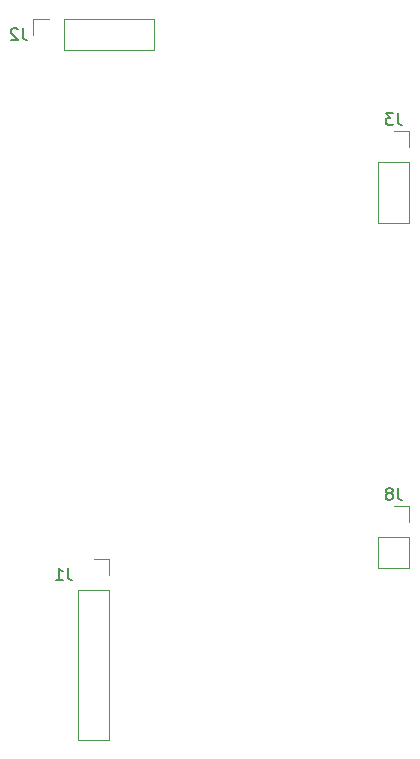
<source format=gbo>
G04 #@! TF.GenerationSoftware,KiCad,Pcbnew,(6.0.0)*
G04 #@! TF.CreationDate,2022-08-08T23:08:48+02:00*
G04 #@! TF.ProjectId,FG-VCO-(core1),46472d56-434f-42d2-9863-6f726531292e,rev?*
G04 #@! TF.SameCoordinates,Original*
G04 #@! TF.FileFunction,Legend,Bot*
G04 #@! TF.FilePolarity,Positive*
%FSLAX46Y46*%
G04 Gerber Fmt 4.6, Leading zero omitted, Abs format (unit mm)*
G04 Created by KiCad (PCBNEW (6.0.0)) date 2022-08-08 23:08:48*
%MOMM*%
%LPD*%
G01*
G04 APERTURE LIST*
%ADD10C,0.150000*%
%ADD11C,0.120000*%
%ADD12C,1.600000*%
%ADD13O,1.600000X1.600000*%
%ADD14C,1.524000*%
%ADD15C,3.200000*%
%ADD16R,1.700000X1.700000*%
%ADD17O,1.700000X1.700000*%
%ADD18R,1.600000X1.600000*%
%ADD19C,1.440000*%
G04 APERTURE END LIST*
D10*
X24463333Y-46442380D02*
X24463333Y-47156666D01*
X24510952Y-47299523D01*
X24606190Y-47394761D01*
X24749047Y-47442380D01*
X24844285Y-47442380D01*
X23463333Y-47442380D02*
X24034761Y-47442380D01*
X23749047Y-47442380D02*
X23749047Y-46442380D01*
X23844285Y-46585238D01*
X23939523Y-46680476D01*
X24034761Y-46728095D01*
X52403333Y-7932380D02*
X52403333Y-8646666D01*
X52450952Y-8789523D01*
X52546190Y-8884761D01*
X52689047Y-8932380D01*
X52784285Y-8932380D01*
X52022380Y-7932380D02*
X51403333Y-7932380D01*
X51736666Y-8313333D01*
X51593809Y-8313333D01*
X51498571Y-8360952D01*
X51450952Y-8408571D01*
X51403333Y-8503809D01*
X51403333Y-8741904D01*
X51450952Y-8837142D01*
X51498571Y-8884761D01*
X51593809Y-8932380D01*
X51879523Y-8932380D01*
X51974761Y-8884761D01*
X52022380Y-8837142D01*
X20653333Y-722380D02*
X20653333Y-1436666D01*
X20700952Y-1579523D01*
X20796190Y-1674761D01*
X20939047Y-1722380D01*
X21034285Y-1722380D01*
X20224761Y-817619D02*
X20177142Y-770000D01*
X20081904Y-722380D01*
X19843809Y-722380D01*
X19748571Y-770000D01*
X19700952Y-817619D01*
X19653333Y-912857D01*
X19653333Y-1008095D01*
X19700952Y-1150952D01*
X20272380Y-1722380D01*
X19653333Y-1722380D01*
X52403333Y-39667380D02*
X52403333Y-40381666D01*
X52450952Y-40524523D01*
X52546190Y-40619761D01*
X52689047Y-40667380D01*
X52784285Y-40667380D01*
X51784285Y-40095952D02*
X51879523Y-40048333D01*
X51927142Y-40000714D01*
X51974761Y-39905476D01*
X51974761Y-39857857D01*
X51927142Y-39762619D01*
X51879523Y-39715000D01*
X51784285Y-39667380D01*
X51593809Y-39667380D01*
X51498571Y-39715000D01*
X51450952Y-39762619D01*
X51403333Y-39857857D01*
X51403333Y-39905476D01*
X51450952Y-40000714D01*
X51498571Y-40048333D01*
X51593809Y-40095952D01*
X51784285Y-40095952D01*
X51879523Y-40143571D01*
X51927142Y-40191190D01*
X51974761Y-40286428D01*
X51974761Y-40476904D01*
X51927142Y-40572142D01*
X51879523Y-40619761D01*
X51784285Y-40667380D01*
X51593809Y-40667380D01*
X51498571Y-40619761D01*
X51450952Y-40572142D01*
X51403333Y-40476904D01*
X51403333Y-40286428D01*
X51450952Y-40191190D01*
X51498571Y-40143571D01*
X51593809Y-40095952D01*
D11*
X28000000Y-45660000D02*
X26670000Y-45660000D01*
X28000000Y-48260000D02*
X25340000Y-48260000D01*
X28000000Y-61020000D02*
X25340000Y-61020000D01*
X28000000Y-46990000D02*
X28000000Y-45660000D01*
X28000000Y-48260000D02*
X28000000Y-61020000D01*
X25340000Y-48260000D02*
X25340000Y-61020000D01*
X53400000Y-12080000D02*
X53400000Y-17220000D01*
X50740000Y-12080000D02*
X50740000Y-17220000D01*
X53400000Y-9480000D02*
X52070000Y-9480000D01*
X53400000Y-10810000D02*
X53400000Y-9480000D01*
X53400000Y-12080000D02*
X50740000Y-12080000D01*
X53400000Y-17220000D02*
X50740000Y-17220000D01*
X24130000Y60000D02*
X31810000Y60000D01*
X21530000Y60000D02*
X21530000Y-1270000D01*
X22860000Y60000D02*
X21530000Y60000D01*
X31810000Y60000D02*
X31810000Y-2600000D01*
X24130000Y60000D02*
X24130000Y-2600000D01*
X24130000Y-2600000D02*
X31810000Y-2600000D01*
X53400000Y-43815000D02*
X50740000Y-43815000D01*
X50740000Y-43815000D02*
X50740000Y-46415000D01*
X53400000Y-46415000D02*
X50740000Y-46415000D01*
X53400000Y-42545000D02*
X53400000Y-41215000D01*
X53400000Y-43815000D02*
X53400000Y-46415000D01*
X53400000Y-41215000D02*
X52070000Y-41215000D01*
%LPC*%
D12*
X50800000Y-73025000D03*
D13*
X50800000Y-62865000D03*
D14*
X16510000Y-27305000D03*
X16510000Y-24765000D03*
X16510000Y-22225000D03*
X16510000Y-19685000D03*
X16510000Y-17145000D03*
X16510000Y-14605000D03*
X16510000Y-12065000D03*
X8890000Y-12065000D03*
X8890000Y-14605000D03*
X8890000Y-17145000D03*
X8890000Y-19685000D03*
X8890000Y-22225000D03*
X8890000Y-24765000D03*
X8890000Y-27305000D03*
D12*
X46990000Y-18415000D03*
D13*
X46990000Y-8255000D03*
D12*
X33655000Y-46355000D03*
D13*
X33655000Y-36195000D03*
D14*
X12700000Y-24130000D03*
X12700000Y-21590000D03*
D12*
X19685000Y-31115000D03*
D13*
X19685000Y-20955000D03*
D14*
X25400000Y-98425000D03*
X27940000Y-98425000D03*
D15*
X26670000Y-102870000D03*
D12*
X47625000Y-46355000D03*
D13*
X47625000Y-36195000D03*
D15*
X49530000Y-3810000D03*
D12*
X33655000Y-62865000D03*
D13*
X33655000Y-73025000D03*
D12*
X47625000Y-62865000D03*
D13*
X47625000Y-73025000D03*
D12*
X46990000Y-31115000D03*
D13*
X46990000Y-20955000D03*
D12*
X5715000Y-75565000D03*
D13*
X5715000Y-85725000D03*
D14*
X11430000Y-62865000D03*
X8890000Y-62865000D03*
X12700000Y-69850000D03*
X12700000Y-72390000D03*
X26670000Y-15875000D03*
X26670000Y-18415000D03*
D16*
X26670000Y-40005000D03*
D14*
X41910000Y-85725000D03*
X44450000Y-85725000D03*
X36830000Y-40005000D03*
X36830000Y-42545000D03*
X36830000Y-45085000D03*
X36830000Y-47625000D03*
X36830000Y-50165000D03*
X36830000Y-52705000D03*
X36830000Y-55245000D03*
X44450000Y-55245000D03*
X44450000Y-52705000D03*
X44450000Y-50165000D03*
X44450000Y-47625000D03*
X44450000Y-45085000D03*
X44450000Y-42545000D03*
X44450000Y-40005000D03*
D16*
X22860000Y-3810000D03*
D17*
X25400000Y-3810000D03*
X27940000Y-3810000D03*
X30480000Y-3810000D03*
D12*
X22860000Y-85725000D03*
D13*
X22860000Y-75565000D03*
D12*
X50800000Y-57785000D03*
D13*
X50800000Y-47625000D03*
D12*
X5715000Y-73025000D03*
D13*
X5715000Y-62865000D03*
D14*
X40640000Y-48895000D03*
X40640000Y-51435000D03*
D12*
X2540000Y-73025000D03*
D13*
X2540000Y-62865000D03*
D18*
X47625000Y-56515000D03*
D13*
X47625000Y-48895000D03*
D16*
X38100000Y-62230000D03*
D17*
X40640000Y-62230000D03*
X43180000Y-62230000D03*
D12*
X33655000Y-20955000D03*
D13*
X33655000Y-31115000D03*
D14*
X12700000Y-76200000D03*
X12700000Y-78740000D03*
X25400000Y-92075000D03*
X27940000Y-92075000D03*
D16*
X10160000Y-98425000D03*
D17*
X12700000Y-98425000D03*
X15240000Y-98425000D03*
D18*
X33655000Y-56515000D03*
D13*
X33655000Y-48895000D03*
D12*
X30480000Y-73025000D03*
D13*
X30480000Y-62865000D03*
D12*
X47625000Y-75565000D03*
D13*
X47625000Y-85725000D03*
D14*
X40640000Y-78740000D03*
X40640000Y-76200000D03*
D19*
X38100000Y-3175000D03*
X40640000Y-3175000D03*
X43180000Y-3175000D03*
D12*
X5715000Y-14605000D03*
D13*
X5715000Y-24765000D03*
D16*
X40640000Y-59690000D03*
D12*
X19685000Y-85725000D03*
D13*
X19685000Y-75565000D03*
D14*
X13970000Y-62865000D03*
X16510000Y-62865000D03*
D16*
X26670000Y-79375000D03*
D17*
X26670000Y-81915000D03*
D14*
X12700000Y-15240000D03*
X12700000Y-17780000D03*
X44450000Y-81915000D03*
X44450000Y-79375000D03*
X44450000Y-76835000D03*
X44450000Y-74295000D03*
X44450000Y-71755000D03*
X44450000Y-69215000D03*
X44450000Y-66675000D03*
X36830000Y-66675000D03*
X36830000Y-69215000D03*
X36830000Y-71755000D03*
X36830000Y-74295000D03*
X36830000Y-76835000D03*
X36830000Y-79375000D03*
X36830000Y-81915000D03*
D19*
X43180000Y-33655000D03*
X40640000Y-31115000D03*
X38100000Y-33655000D03*
D14*
X40640000Y-17780000D03*
X40640000Y-15240000D03*
X30480000Y-27305000D03*
X30480000Y-24765000D03*
X30480000Y-22225000D03*
X30480000Y-19685000D03*
X30480000Y-17145000D03*
X30480000Y-14605000D03*
X30480000Y-12065000D03*
X22860000Y-12065000D03*
X22860000Y-14605000D03*
X22860000Y-17145000D03*
X22860000Y-19685000D03*
X22860000Y-22225000D03*
X22860000Y-24765000D03*
X22860000Y-27305000D03*
D12*
X50800000Y-85725000D03*
D13*
X50800000Y-75565000D03*
D12*
X30480000Y-85725000D03*
D13*
X30480000Y-75565000D03*
D14*
X8890000Y-66675000D03*
X8890000Y-69215000D03*
X8890000Y-71755000D03*
X8890000Y-74295000D03*
X8890000Y-76835000D03*
X8890000Y-79375000D03*
X8890000Y-81915000D03*
X16510000Y-81915000D03*
X16510000Y-79375000D03*
X16510000Y-76835000D03*
X16510000Y-74295000D03*
X16510000Y-71755000D03*
X16510000Y-69215000D03*
X16510000Y-66675000D03*
X11430000Y-85725000D03*
X8890000Y-85725000D03*
X39370000Y-85725000D03*
X36830000Y-85725000D03*
D15*
X3810000Y-3810000D03*
D16*
X26670000Y-31115000D03*
D12*
X33655000Y-75565000D03*
D13*
X33655000Y-85725000D03*
D14*
X36830000Y-12065000D03*
X36830000Y-14605000D03*
X36830000Y-17145000D03*
X36830000Y-19685000D03*
X36830000Y-22225000D03*
X36830000Y-24765000D03*
X36830000Y-27305000D03*
X44450000Y-27305000D03*
X44450000Y-24765000D03*
X44450000Y-22225000D03*
X44450000Y-19685000D03*
X44450000Y-17145000D03*
X44450000Y-14605000D03*
X44450000Y-12065000D03*
X8890000Y-37465000D03*
X8890000Y-40005000D03*
X8890000Y-42545000D03*
X8890000Y-45085000D03*
X8890000Y-47625000D03*
X8890000Y-50165000D03*
X8890000Y-52705000D03*
X8890000Y-55245000D03*
X16510000Y-55245000D03*
X16510000Y-52705000D03*
X16510000Y-50165000D03*
X16510000Y-47625000D03*
X16510000Y-45085000D03*
X16510000Y-42545000D03*
X16510000Y-40005000D03*
X16510000Y-37465000D03*
X12700000Y-47625000D03*
X12700000Y-45085000D03*
D12*
X19685000Y-8255000D03*
D13*
X19685000Y-18415000D03*
D12*
X49530000Y-8255000D03*
D13*
X49530000Y-18415000D03*
D14*
X40640000Y-72390000D03*
X40640000Y-69850000D03*
D12*
X2540000Y-85725000D03*
D13*
X2540000Y-75565000D03*
D14*
X40640000Y-24130000D03*
X40640000Y-21590000D03*
D12*
X49530000Y-20955000D03*
D13*
X49530000Y-31115000D03*
D12*
X19685000Y-73025000D03*
D13*
X19685000Y-62865000D03*
D18*
X44450000Y-7620000D03*
D13*
X36830000Y-7620000D03*
D14*
X30480000Y-88265000D03*
X27940000Y-88265000D03*
X25400000Y-88265000D03*
X22860000Y-88265000D03*
X22860000Y-95885000D03*
X25400000Y-95885000D03*
X27940000Y-95885000D03*
X30480000Y-95885000D03*
D12*
X33655000Y-8255000D03*
D13*
X33655000Y-18415000D03*
D16*
X26670000Y-46990000D03*
D17*
X26670000Y-49530000D03*
X26670000Y-52070000D03*
X26670000Y-54610000D03*
X26670000Y-57150000D03*
X26670000Y-59690000D03*
D16*
X52070000Y-10810000D03*
D17*
X52070000Y-13350000D03*
X52070000Y-15890000D03*
D16*
X22860000Y-1270000D03*
D17*
X25400000Y-1270000D03*
X27940000Y-1270000D03*
X30480000Y-1270000D03*
D16*
X52070000Y-42545000D03*
D17*
X52070000Y-45085000D03*
M02*

</source>
